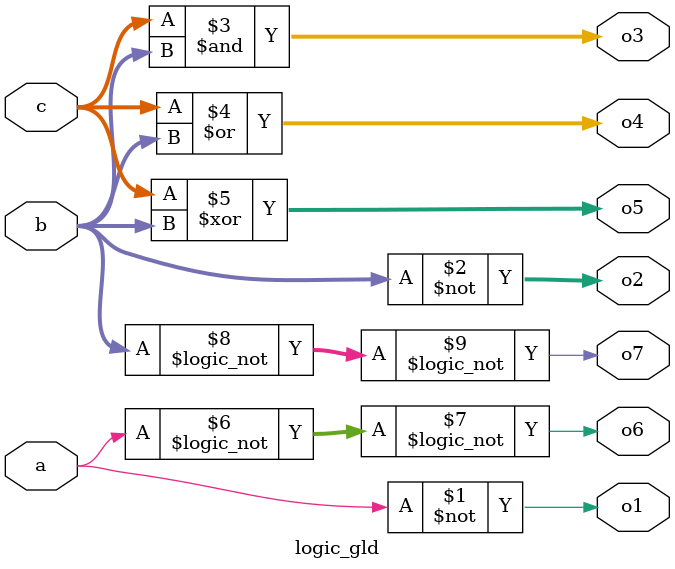
<source format=v>
module logic_gld (
  input        a,
  input  [2:0] b,
  input  [2:0] c,
  output       o1,
  output [2:0] o2,
  output [2:0] o3,
  output [2:0] o4,
  output [2:0] o5,
  output       o6,
  output       o7
);

assign o1 = ~a;
assign o2 = ~b;
assign o3 = c & b;
assign o4 = c | b;
assign o5 = c ^ b;
assign o6 = !a == 0 ; // o6 = !a
assign o7 = !b == 0 ; // o7 = !b


endmodule 

</source>
